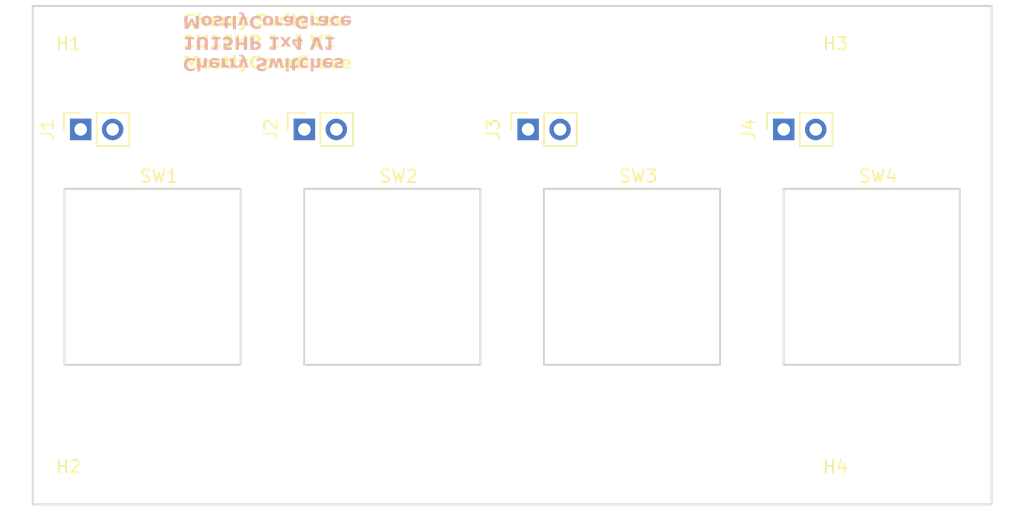
<source format=kicad_pcb>
(kicad_pcb (version 20240108) (generator "pcbnew") (generator_version "8.0")
  (layers (0 "F.Cu" signal) (31 "B.Cu" signal) (34 "B.Paste" user) (35 "F.Paste" user) (36 "B.SilkS" user "B.Silkscreen") (37 "F.SilkS" user "F.Silkscreen") (38 "B.Mask" user) (39 "F.Mask" user) (44 "Edge.Cuts" user))
  (net 0 "")
  (footprint "EXC:SW_Cherry_MX_1.00u_Mount" (layer "F.Cu") (at 47.625 23.975)
    (property "Reference" "SW3" (at 0.5 -8 0) (layer "F.SilkS"))
    (property "Value" "SW_SPST_MOUNT")
    (fp_rect (start -7 -7) (end 7 7) (stroke (width 0.15)) (fill none) (layer "Edge.Cuts"))
  )
  (footprint "Connector_PinSocket_2.54mm:PinSocket_1x02_P2.54mm_Vertical" (layer "F.Cu") (at 3.81 12.245 90)
    (property "Reference" "J1" (at 0 -2.667 90) (layer "F.SilkS"))
    (property "Value" "Conn_01x02_Socket")
    (fp_line (start 1.33 -1.33) (end 1.33 0) (stroke (width 0.12)) (layer "F.SilkS"))
    (fp_line (start 0 -1.33) (end 1.33 -1.33) (stroke (width 0.12)) (layer "F.SilkS"))
    (fp_line (start 1.33 1.27) (end 1.33 3.87) (stroke (width 0.12)) (layer "F.SilkS"))
    (fp_line (start -1.33 1.27) (end 1.33 1.27) (stroke (width 0.12)) (layer "F.SilkS"))
    (fp_line (start -1.33 1.27) (end -1.33 3.87) (stroke (width 0.12)) (layer "F.SilkS"))
    (fp_line (start -1.33 3.87) (end 1.33 3.87) (stroke (width 0.12)) (layer "F.SilkS"))
    (pad "1" thru_hole rect (at 0 0 90) (size 1.7 1.7) (drill 1) (layers "*.Cu" "*.Mask"))
    (pad "2" thru_hole oval (at 0 2.54 90) (size 1.7 1.7) (drill 1) (layers "*.Cu" "*.Mask"))
  )
  (footprint "EXC:SW_Cherry_MX_1.00u_Mount" (layer "F.Cu") (at 9.525 23.975)
    (property "Reference" "SW1" (at 0.5 -8 0) (layer "F.SilkS"))
    (property "Value" "SW_SPST_MOUNT")
    (fp_rect (start -7 -7) (end 7 7) (stroke (width 0.15)) (fill none) (layer "Edge.Cuts"))
  )
  (footprint "EXC:SW_Cherry_MX_1.00u_Mount" (layer "F.Cu") (at 66.675 23.975)
    (property "Reference" "SW4" (at 0.5 -8 0) (layer "F.SilkS"))
    (property "Value" "SW_SPST_MOUNT")
    (fp_rect (start -7 -7) (end 7 7) (stroke (width 0.15)) (fill none) (layer "Edge.Cuts"))
  )
  (footprint "EXC:MountingHole_3.2mm_M3" (layer "F.Cu") (at 7.62 5.425)
    (property "Reference" "H1" (at -3.683 0 0) (layer "F.SilkS") (effects (justify right)))
    (property "Value" "Eurorack_M3_MountingHole")
    (pad "" np_thru_hole oval (at 0 0) (size 4.8 3.2) (drill oval 4.8 3.2) (layers "F&B.Cu" "*.Mask"))
  )
  (footprint "EXC:MountingHole_3.2mm_M3" (layer "F.Cu") (at 68.58 5.425)
    (property "Reference" "H3" (at -3.683 0 0) (layer "F.SilkS") (effects (justify right)))
    (property "Value" "Eurorack_M3_MountingHole")
    (pad "" np_thru_hole oval (at 0 0) (size 4.8 3.2) (drill oval 4.8 3.2) (layers "F&B.Cu" "*.Mask"))
  )
  (footprint "Connector_PinSocket_2.54mm:PinSocket_1x02_P2.54mm_Vertical" (layer "F.Cu") (at 21.59 12.245 90)
    (property "Reference" "J2" (at 0 -2.667 90) (layer "F.SilkS"))
    (property "Value" "Conn_01x02_Socket")
    (fp_line (start 1.33 -1.33) (end 1.33 0) (stroke (width 0.12)) (layer "F.SilkS"))
    (fp_line (start 0 -1.33) (end 1.33 -1.33) (stroke (width 0.12)) (layer "F.SilkS"))
    (fp_line (start 1.33 1.27) (end 1.33 3.87) (stroke (width 0.12)) (layer "F.SilkS"))
    (fp_line (start -1.33 1.27) (end 1.33 1.27) (stroke (width 0.12)) (layer "F.SilkS"))
    (fp_line (start -1.33 1.27) (end -1.33 3.87) (stroke (width 0.12)) (layer "F.SilkS"))
    (fp_line (start -1.33 3.87) (end 1.33 3.87) (stroke (width 0.12)) (layer "F.SilkS"))
    (pad "1" thru_hole rect (at 0 0 90) (size 1.7 1.7) (drill 1) (layers "*.Cu" "*.Mask"))
    (pad "2" thru_hole oval (at 0 2.54 90) (size 1.7 1.7) (drill 1) (layers "*.Cu" "*.Mask"))
  )
  (footprint "EXC:MountingHole_3.2mm_M3" (layer "F.Cu") (at 7.62 39.075)
    (property "Reference" "H2" (at -3.683 0 0) (layer "F.SilkS") (effects (justify right)))
    (property "Value" "Eurorack_M3_MountingHole")
    (pad "" np_thru_hole oval (at 0 0) (size 4.8 3.2) (drill oval 4.8 3.2) (layers "F&B.Cu" "*.Mask"))
  )
  (footprint "Connector_PinSocket_2.54mm:PinSocket_1x02_P2.54mm_Vertical" (layer "F.Cu") (at 59.69 12.245 90)
    (property "Reference" "J4" (at 0 -2.77 90) (layer "F.SilkS"))
    (property "Value" "Conn_01x02_Socket")
    (fp_line (start 1.33 -1.33) (end 1.33 0) (stroke (width 0.12)) (layer "F.SilkS"))
    (fp_line (start 0 -1.33) (end 1.33 -1.33) (stroke (width 0.12)) (layer "F.SilkS"))
    (fp_line (start 1.33 1.27) (end 1.33 3.87) (stroke (width 0.12)) (layer "F.SilkS"))
    (fp_line (start -1.33 1.27) (end 1.33 1.27) (stroke (width 0.12)) (layer "F.SilkS"))
    (fp_line (start -1.33 1.27) (end -1.33 3.87) (stroke (width 0.12)) (layer "F.SilkS"))
    (fp_line (start -1.33 3.87) (end 1.33 3.87) (stroke (width 0.12)) (layer "F.SilkS"))
    (pad "1" thru_hole rect (at 0 0 90) (size 1.7 1.7) (drill 1) (layers "*.Cu" "*.Mask"))
    (pad "2" thru_hole oval (at 0 2.54 90) (size 1.7 1.7) (drill 1) (layers "*.Cu" "*.Mask"))
  )
  (footprint "Connector_PinSocket_2.54mm:PinSocket_1x02_P2.54mm_Vertical" (layer "F.Cu") (at 39.37 12.245 90)
    (property "Reference" "J3" (at 0 -2.77 90) (layer "F.SilkS"))
    (property "Value" "Conn_01x02_Socket")
    (fp_line (start 1.33 -1.33) (end 1.33 0) (stroke (width 0.12)) (layer "F.SilkS"))
    (fp_line (start 0 -1.33) (end 1.33 -1.33) (stroke (width 0.12)) (layer "F.SilkS"))
    (fp_line (start 1.33 1.27) (end 1.33 3.87) (stroke (width 0.12)) (layer "F.SilkS"))
    (fp_line (start -1.33 1.27) (end 1.33 1.27) (stroke (width 0.12)) (layer "F.SilkS"))
    (fp_line (start -1.33 1.27) (end -1.33 3.87) (stroke (width 0.12)) (layer "F.SilkS"))
    (fp_line (start -1.33 3.87) (end 1.33 3.87) (stroke (width 0.12)) (layer "F.SilkS"))
    (pad "1" thru_hole rect (at 0 0 90) (size 1.7 1.7) (drill 1) (layers "*.Cu" "*.Mask"))
    (pad "2" thru_hole oval (at 0 2.54 90) (size 1.7 1.7) (drill 1) (layers "*.Cu" "*.Mask"))
  )
  (footprint "EXC:MountingHole_3.2mm_M3" (layer "F.Cu") (at 68.58 39.075)
    (property "Reference" "H4" (at -3.683 0 0) (layer "F.SilkS") (effects (justify right)))
    (property "Value" "Eurorack_M3_MountingHole")
    (pad "" np_thru_hole oval (at 0 0) (size 4.8 3.2) (drill oval 4.8 3.2) (layers "F&B.Cu" "*.Mask"))
  )
  (footprint "EXC:SW_Cherry_MX_1.00u_Mount" (layer "F.Cu") (at 28.575 23.975)
    (property "Reference" "SW2" (at 0.5 -8 0) (layer "F.SilkS"))
    (property "Value" "SW_SPST_MOUNT")
    (fp_rect (start -7 -7) (end 7 7) (stroke (width 0.15)) (fill none) (layer "Edge.Cuts"))
  )
  (gr_rect (start 0 2.425) (end 76.2 42.075) (stroke (width 0.15)) (fill none) (layer "Edge.Cuts"))
  (gr_text "Cherry Switches\n1U15HP 1x4 V1\nMostlyCoraGrace" (at 11.938 3.048 180) (layer "B.SilkS") (effects (font (size 1 1) (thickness 0.25) (bold yes)) (justify left bottom mirror)))
  (gr_text "Cherry Switches\n1U15HP 1x4 V1\nMostlyCoraGrace" (at 11.938 3.048 0) (layer "F.SilkS") (effects (font (size 1 1) (thickness 0.25) (bold yes)) (justify left top)))
)
</source>
